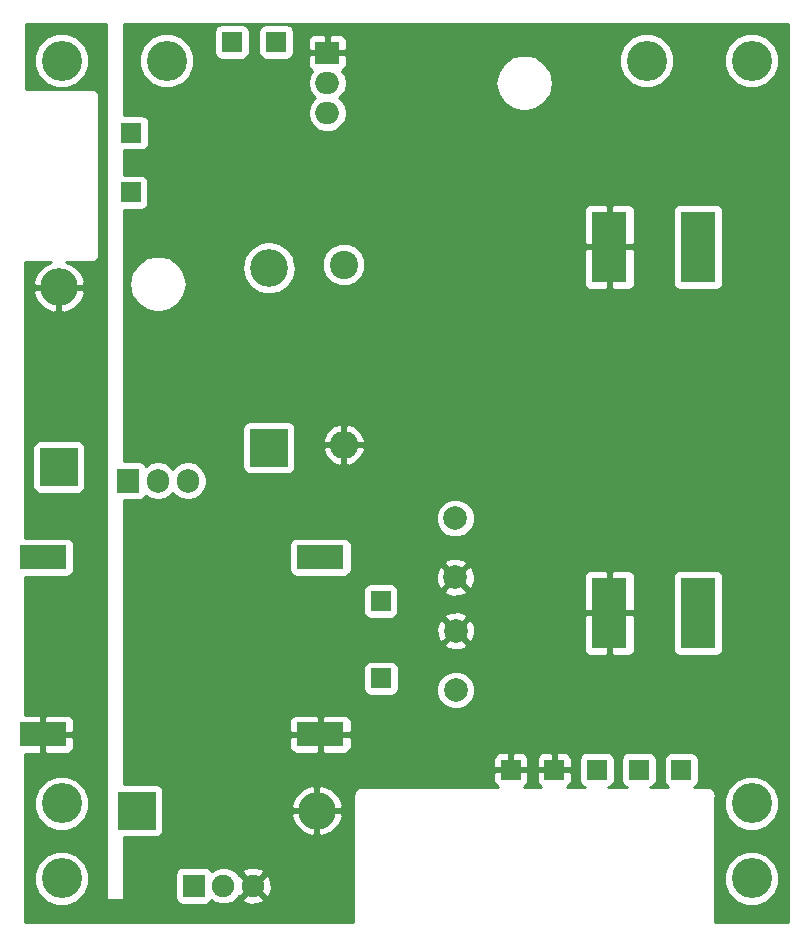
<source format=gbr>
G04 #@! TF.GenerationSoftware,KiCad,Pcbnew,5.0.2+dfsg1-1~bpo9+1*
G04 #@! TF.CreationDate,2019-02-15T20:18:05-06:00*
G04 #@! TF.ProjectId,BatteryBoard,42617474-6572-4794-926f-6172642e6b69,rev?*
G04 #@! TF.SameCoordinates,Original*
G04 #@! TF.FileFunction,Copper,L2,Bot*
G04 #@! TF.FilePolarity,Positive*
%FSLAX46Y46*%
G04 Gerber Fmt 4.6, Leading zero omitted, Abs format (unit mm)*
G04 Created by KiCad (PCBNEW 5.0.2+dfsg1-1~bpo9+1) date vie 15 feb 2019 20:18:05 CST*
%MOMM*%
%LPD*%
G01*
G04 APERTURE LIST*
G04 #@! TA.AperFunction,ComponentPad*
%ADD10R,3.000000X6.000000*%
G04 #@! TD*
G04 #@! TA.AperFunction,ComponentPad*
%ADD11R,4.000000X2.000000*%
G04 #@! TD*
G04 #@! TA.AperFunction,ComponentPad*
%ADD12C,2.000000*%
G04 #@! TD*
G04 #@! TA.AperFunction,ComponentPad*
%ADD13O,3.200000X3.200000*%
G04 #@! TD*
G04 #@! TA.AperFunction,ComponentPad*
%ADD14R,3.200000X3.200000*%
G04 #@! TD*
G04 #@! TA.AperFunction,ComponentPad*
%ADD15R,1.700000X1.700000*%
G04 #@! TD*
G04 #@! TA.AperFunction,ComponentPad*
%ADD16O,1.905000X2.000000*%
G04 #@! TD*
G04 #@! TA.AperFunction,ComponentPad*
%ADD17R,1.905000X2.000000*%
G04 #@! TD*
G04 #@! TA.AperFunction,ComponentPad*
%ADD18O,2.400000X2.400000*%
G04 #@! TD*
G04 #@! TA.AperFunction,ComponentPad*
%ADD19C,2.400000*%
G04 #@! TD*
G04 #@! TA.AperFunction,ComponentPad*
%ADD20O,2.000000X1.905000*%
G04 #@! TD*
G04 #@! TA.AperFunction,ComponentPad*
%ADD21R,2.000000X1.905000*%
G04 #@! TD*
G04 #@! TA.AperFunction,ComponentPad*
%ADD22C,1.900000*%
G04 #@! TD*
G04 #@! TA.AperFunction,ComponentPad*
%ADD23R,1.900000X1.900000*%
G04 #@! TD*
G04 #@! TA.AperFunction,ViaPad*
%ADD24C,3.400000*%
G04 #@! TD*
G04 #@! TA.AperFunction,Conductor*
%ADD25C,0.254000*%
G04 #@! TD*
G04 APERTURE END LIST*
D10*
G04 #@! TO.P,U3,3*
G04 #@! TO.N,+5V*
X147844200Y-89422700D03*
G04 #@! TO.P,U3,4*
G04 #@! TO.N,GND*
X140344200Y-89422700D03*
G04 #@! TO.P,U3,1*
G04 #@! TO.N,Net-(S1-Pad2)*
X147844200Y-120422700D03*
G04 #@! TO.P,U3,2*
G04 #@! TO.N,GND*
X140344200Y-120422700D03*
G04 #@! TD*
D11*
G04 #@! TO.P,U1,2*
G04 #@! TO.N,GND*
X92378000Y-130690000D03*
G04 #@! TO.P,U1,1*
G04 #@! TO.N,VCC*
X92378000Y-115690000D03*
G04 #@! TO.P,U1,6*
G04 #@! TO.N,GND*
X115878000Y-130690000D03*
G04 #@! TO.P,U1,5*
G04 #@! TO.N,Net-(Q1-Pad3)*
X115878000Y-115690000D03*
G04 #@! TD*
D12*
G04 #@! TO.P,C1,1*
G04 #@! TO.N,+5V*
X127292100Y-112395000D03*
G04 #@! TO.P,C1,2*
G04 #@! TO.N,GND*
X127292100Y-117395000D03*
G04 #@! TD*
G04 #@! TO.P,C2,1*
G04 #@! TO.N,+3V3*
X127330200Y-126936500D03*
G04 #@! TO.P,C2,2*
G04 #@! TO.N,GND*
X127330200Y-121936500D03*
G04 #@! TD*
D13*
G04 #@! TO.P,D1,2*
G04 #@! TO.N,VCC*
X111506000Y-91186000D03*
D14*
G04 #@! TO.P,D1,1*
G04 #@! TO.N,Net-(D1-Pad1)*
X111506000Y-106426000D03*
G04 #@! TD*
D15*
G04 #@! TO.P,J1,1*
G04 #@! TO.N,+3V3*
X142836900Y-133680200D03*
G04 #@! TD*
G04 #@! TO.P,J2,1*
G04 #@! TO.N,+3V3*
X139280900Y-133680200D03*
G04 #@! TD*
G04 #@! TO.P,J3,1*
G04 #@! TO.N,+5V*
X146431000Y-133718300D03*
G04 #@! TD*
G04 #@! TO.P,J4,1*
G04 #@! TO.N,GND*
X132005101Y-133709401D03*
G04 #@! TD*
G04 #@! TO.P,J5,1*
G04 #@! TO.N,GND*
X135655101Y-133709401D03*
G04 #@! TD*
D16*
G04 #@! TO.P,Q1,3*
G04 #@! TO.N,Net-(Q1-Pad3)*
X104648000Y-109220000D03*
G04 #@! TO.P,Q1,2*
G04 #@! TO.N,Net-(D1-Pad1)*
X102108000Y-109220000D03*
D17*
G04 #@! TO.P,Q1,1*
G04 #@! TO.N,VCC*
X99568000Y-109220000D03*
G04 #@! TD*
D18*
G04 #@! TO.P,R1,2*
G04 #@! TO.N,GND*
X117856000Y-106172000D03*
D19*
G04 #@! TO.P,R1,1*
G04 #@! TO.N,VCC*
X117856000Y-90932000D03*
G04 #@! TD*
D20*
G04 #@! TO.P,U2,3*
G04 #@! TO.N,+5V*
X116459000Y-78079600D03*
G04 #@! TO.P,U2,2*
G04 #@! TO.N,+3V3*
X116459000Y-75539600D03*
D21*
G04 #@! TO.P,U2,1*
G04 #@! TO.N,GND*
X116459000Y-72999600D03*
G04 #@! TD*
D22*
G04 #@! TO.P,S1,3*
G04 #@! TO.N,GND*
X110156000Y-143510000D03*
G04 #@! TO.P,S1,2*
G04 #@! TO.N,Net-(S1-Pad2)*
X107656000Y-143510000D03*
D23*
G04 #@! TO.P,S1,1*
G04 #@! TO.N,Net-(D1-Pad1)*
X105156000Y-143510000D03*
G04 #@! TD*
D14*
G04 #@! TO.P,D2,1*
G04 #@! TO.N,VCC*
X93726000Y-108064300D03*
D13*
G04 #@! TO.P,D2,2*
G04 #@! TO.N,GND*
X93726000Y-92824300D03*
G04 #@! TD*
G04 #@! TO.P,D3,2*
G04 #@! TO.N,GND*
X115570000Y-137160000D03*
D14*
G04 #@! TO.P,D3,1*
G04 #@! TO.N,Net-(D1-Pad1)*
X100330000Y-137160000D03*
G04 #@! TD*
D15*
G04 #@! TO.P,J6,1*
G04 #@! TO.N,VCC*
X99872800Y-79756000D03*
G04 #@! TD*
G04 #@! TO.P,J7,1*
G04 #@! TO.N,Net-(J10-Pad1)*
X108381800Y-72072500D03*
G04 #@! TD*
G04 #@! TO.P,J8,1*
G04 #@! TO.N,Net-(J10-Pad1)*
X99809300Y-84797900D03*
G04 #@! TD*
G04 #@! TO.P,J9,1*
G04 #@! TO.N,Net-(J11-Pad1)*
X112128300Y-72072500D03*
G04 #@! TD*
G04 #@! TO.P,J10,1*
G04 #@! TO.N,Net-(J10-Pad1)*
X120967500Y-119405400D03*
G04 #@! TD*
G04 #@! TO.P,J11,1*
G04 #@! TO.N,Net-(J11-Pad1)*
X121005600Y-125958600D03*
G04 #@! TD*
D24*
G04 #@! TO.N,*
X152400000Y-142875000D03*
X93980000Y-142875000D03*
X152400000Y-136525000D03*
X93980000Y-136525000D03*
X93980000Y-73660000D03*
X102870000Y-73660000D03*
X143510000Y-73660000D03*
X152400000Y-73660000D03*
G04 #@! TD*
D25*
G04 #@! TO.N,GND*
G36*
X97739200Y-144589500D02*
X97748867Y-144638101D01*
X97776397Y-144679303D01*
X97817599Y-144706833D01*
X97866200Y-144716500D01*
X99136200Y-144716500D01*
X99184801Y-144706833D01*
X99226003Y-144679303D01*
X99253533Y-144638101D01*
X99263200Y-144589500D01*
X99263200Y-142560000D01*
X103558560Y-142560000D01*
X103558560Y-144460000D01*
X103607843Y-144707765D01*
X103748191Y-144917809D01*
X103958235Y-145058157D01*
X104206000Y-145107440D01*
X106106000Y-145107440D01*
X106353765Y-145058157D01*
X106563809Y-144917809D01*
X106667339Y-144762867D01*
X106758170Y-144853698D01*
X107340724Y-145095000D01*
X107971276Y-145095000D01*
X108553830Y-144853698D01*
X108781178Y-144626350D01*
X109219255Y-144626350D01*
X109311792Y-144888019D01*
X109903398Y-145106188D01*
X110533461Y-145081352D01*
X111000208Y-144888019D01*
X111092745Y-144626350D01*
X110156000Y-143689605D01*
X109219255Y-144626350D01*
X108781178Y-144626350D01*
X108981387Y-144426141D01*
X109039650Y-144446745D01*
X109976395Y-143510000D01*
X110335605Y-143510000D01*
X111272350Y-144446745D01*
X111534019Y-144354208D01*
X111752188Y-143762602D01*
X111727352Y-143132539D01*
X111534019Y-142665792D01*
X111272350Y-142573255D01*
X110335605Y-143510000D01*
X109976395Y-143510000D01*
X109039650Y-142573255D01*
X108981387Y-142593859D01*
X108781178Y-142393650D01*
X109219255Y-142393650D01*
X110156000Y-143330395D01*
X111092745Y-142393650D01*
X111000208Y-142131981D01*
X110408602Y-141913812D01*
X109778539Y-141938648D01*
X109311792Y-142131981D01*
X109219255Y-142393650D01*
X108781178Y-142393650D01*
X108553830Y-142166302D01*
X107971276Y-141925000D01*
X107340724Y-141925000D01*
X106758170Y-142166302D01*
X106667339Y-142257133D01*
X106563809Y-142102191D01*
X106353765Y-141961843D01*
X106106000Y-141912560D01*
X104206000Y-141912560D01*
X103958235Y-141961843D01*
X103748191Y-142102191D01*
X103607843Y-142312235D01*
X103558560Y-142560000D01*
X99263200Y-142560000D01*
X99263200Y-139407440D01*
X101930000Y-139407440D01*
X102177765Y-139358157D01*
X102387809Y-139217809D01*
X102528157Y-139007765D01*
X102577440Y-138760000D01*
X102577440Y-137634503D01*
X113385950Y-137634503D01*
X113690114Y-138368836D01*
X114295813Y-138996220D01*
X115095496Y-139344056D01*
X115443000Y-139232645D01*
X115443000Y-137287000D01*
X115697000Y-137287000D01*
X115697000Y-139232645D01*
X116044504Y-139344056D01*
X116844187Y-138996220D01*
X117449886Y-138368836D01*
X117754050Y-137634503D01*
X117642362Y-137287000D01*
X115697000Y-137287000D01*
X115443000Y-137287000D01*
X113497638Y-137287000D01*
X113385950Y-137634503D01*
X102577440Y-137634503D01*
X102577440Y-136685497D01*
X113385950Y-136685497D01*
X113497638Y-137033000D01*
X115443000Y-137033000D01*
X115443000Y-135087355D01*
X115697000Y-135087355D01*
X115697000Y-137033000D01*
X117642362Y-137033000D01*
X117754050Y-136685497D01*
X117449886Y-135951164D01*
X116844187Y-135323780D01*
X116044504Y-134975944D01*
X115697000Y-135087355D01*
X115443000Y-135087355D01*
X115095496Y-134975944D01*
X114295813Y-135323780D01*
X113690114Y-135951164D01*
X113385950Y-136685497D01*
X102577440Y-136685497D01*
X102577440Y-135560000D01*
X102528157Y-135312235D01*
X102387809Y-135102191D01*
X102177765Y-134961843D01*
X101930000Y-134912560D01*
X99263200Y-134912560D01*
X99263200Y-132733091D01*
X130520101Y-132733091D01*
X130520101Y-133423651D01*
X130678851Y-133582401D01*
X131878101Y-133582401D01*
X131878101Y-132383151D01*
X132132101Y-132383151D01*
X132132101Y-133582401D01*
X133331351Y-133582401D01*
X133490101Y-133423651D01*
X133490101Y-132733091D01*
X134170101Y-132733091D01*
X134170101Y-133423651D01*
X134328851Y-133582401D01*
X135528101Y-133582401D01*
X135528101Y-132383151D01*
X135782101Y-132383151D01*
X135782101Y-133582401D01*
X136981351Y-133582401D01*
X137140101Y-133423651D01*
X137140101Y-132733091D01*
X137043428Y-132499702D01*
X136864799Y-132321074D01*
X136631410Y-132224401D01*
X135940851Y-132224401D01*
X135782101Y-132383151D01*
X135528101Y-132383151D01*
X135369351Y-132224401D01*
X134678792Y-132224401D01*
X134445403Y-132321074D01*
X134266774Y-132499702D01*
X134170101Y-132733091D01*
X133490101Y-132733091D01*
X133393428Y-132499702D01*
X133214799Y-132321074D01*
X132981410Y-132224401D01*
X132290851Y-132224401D01*
X132132101Y-132383151D01*
X131878101Y-132383151D01*
X131719351Y-132224401D01*
X131028792Y-132224401D01*
X130795403Y-132321074D01*
X130616774Y-132499702D01*
X130520101Y-132733091D01*
X99263200Y-132733091D01*
X99263200Y-130975750D01*
X113243000Y-130975750D01*
X113243000Y-131816310D01*
X113339673Y-132049699D01*
X113518302Y-132228327D01*
X113751691Y-132325000D01*
X115592250Y-132325000D01*
X115751000Y-132166250D01*
X115751000Y-130817000D01*
X116005000Y-130817000D01*
X116005000Y-132166250D01*
X116163750Y-132325000D01*
X118004309Y-132325000D01*
X118237698Y-132228327D01*
X118416327Y-132049699D01*
X118513000Y-131816310D01*
X118513000Y-130975750D01*
X118354250Y-130817000D01*
X116005000Y-130817000D01*
X115751000Y-130817000D01*
X113401750Y-130817000D01*
X113243000Y-130975750D01*
X99263200Y-130975750D01*
X99263200Y-129563690D01*
X113243000Y-129563690D01*
X113243000Y-130404250D01*
X113401750Y-130563000D01*
X115751000Y-130563000D01*
X115751000Y-129213750D01*
X116005000Y-129213750D01*
X116005000Y-130563000D01*
X118354250Y-130563000D01*
X118513000Y-130404250D01*
X118513000Y-129563690D01*
X118416327Y-129330301D01*
X118237698Y-129151673D01*
X118004309Y-129055000D01*
X116163750Y-129055000D01*
X116005000Y-129213750D01*
X115751000Y-129213750D01*
X115592250Y-129055000D01*
X113751691Y-129055000D01*
X113518302Y-129151673D01*
X113339673Y-129330301D01*
X113243000Y-129563690D01*
X99263200Y-129563690D01*
X99263200Y-125108600D01*
X119508160Y-125108600D01*
X119508160Y-126808600D01*
X119557443Y-127056365D01*
X119697791Y-127266409D01*
X119907835Y-127406757D01*
X120155600Y-127456040D01*
X121855600Y-127456040D01*
X122103365Y-127406757D01*
X122313409Y-127266409D01*
X122453757Y-127056365D01*
X122503040Y-126808600D01*
X122503040Y-126611278D01*
X125695200Y-126611278D01*
X125695200Y-127261722D01*
X125944114Y-127862653D01*
X126404047Y-128322586D01*
X127004978Y-128571500D01*
X127655422Y-128571500D01*
X128256353Y-128322586D01*
X128716286Y-127862653D01*
X128965200Y-127261722D01*
X128965200Y-126611278D01*
X128716286Y-126010347D01*
X128256353Y-125550414D01*
X127655422Y-125301500D01*
X127004978Y-125301500D01*
X126404047Y-125550414D01*
X125944114Y-126010347D01*
X125695200Y-126611278D01*
X122503040Y-126611278D01*
X122503040Y-125108600D01*
X122453757Y-124860835D01*
X122313409Y-124650791D01*
X122103365Y-124510443D01*
X121855600Y-124461160D01*
X120155600Y-124461160D01*
X119907835Y-124510443D01*
X119697791Y-124650791D01*
X119557443Y-124860835D01*
X119508160Y-125108600D01*
X99263200Y-125108600D01*
X99263200Y-123089032D01*
X126357273Y-123089032D01*
X126455936Y-123355887D01*
X127065661Y-123582408D01*
X127715660Y-123558356D01*
X128204464Y-123355887D01*
X128303127Y-123089032D01*
X127330200Y-122116105D01*
X126357273Y-123089032D01*
X99263200Y-123089032D01*
X99263200Y-121671961D01*
X125684292Y-121671961D01*
X125708344Y-122321960D01*
X125910813Y-122810764D01*
X126177668Y-122909427D01*
X127150595Y-121936500D01*
X127509805Y-121936500D01*
X128482732Y-122909427D01*
X128749587Y-122810764D01*
X128976108Y-122201039D01*
X128952056Y-121551040D01*
X128749587Y-121062236D01*
X128482732Y-120963573D01*
X127509805Y-121936500D01*
X127150595Y-121936500D01*
X126177668Y-120963573D01*
X125910813Y-121062236D01*
X125684292Y-121671961D01*
X99263200Y-121671961D01*
X99263200Y-118555400D01*
X119470060Y-118555400D01*
X119470060Y-120255400D01*
X119519343Y-120503165D01*
X119659691Y-120713209D01*
X119869735Y-120853557D01*
X120117500Y-120902840D01*
X121817500Y-120902840D01*
X122065265Y-120853557D01*
X122169411Y-120783968D01*
X126357273Y-120783968D01*
X127330200Y-121756895D01*
X128303127Y-120783968D01*
X128275207Y-120708450D01*
X138209200Y-120708450D01*
X138209200Y-123549009D01*
X138305873Y-123782398D01*
X138484501Y-123961027D01*
X138717890Y-124057700D01*
X140058450Y-124057700D01*
X140217200Y-123898950D01*
X140217200Y-120549700D01*
X140471200Y-120549700D01*
X140471200Y-123898950D01*
X140629950Y-124057700D01*
X141970510Y-124057700D01*
X142203899Y-123961027D01*
X142382527Y-123782398D01*
X142479200Y-123549009D01*
X142479200Y-120708450D01*
X142320450Y-120549700D01*
X140471200Y-120549700D01*
X140217200Y-120549700D01*
X138367950Y-120549700D01*
X138209200Y-120708450D01*
X128275207Y-120708450D01*
X128204464Y-120517113D01*
X127594739Y-120290592D01*
X126944740Y-120314644D01*
X126455936Y-120517113D01*
X126357273Y-120783968D01*
X122169411Y-120783968D01*
X122275309Y-120713209D01*
X122415657Y-120503165D01*
X122464940Y-120255400D01*
X122464940Y-118555400D01*
X122463375Y-118547532D01*
X126319173Y-118547532D01*
X126417836Y-118814387D01*
X127027561Y-119040908D01*
X127677560Y-119016856D01*
X128166364Y-118814387D01*
X128265027Y-118547532D01*
X127292100Y-117574605D01*
X126319173Y-118547532D01*
X122463375Y-118547532D01*
X122415657Y-118307635D01*
X122275309Y-118097591D01*
X122065265Y-117957243D01*
X121817500Y-117907960D01*
X120117500Y-117907960D01*
X119869735Y-117957243D01*
X119659691Y-118097591D01*
X119519343Y-118307635D01*
X119470060Y-118555400D01*
X99263200Y-118555400D01*
X99263200Y-114690000D01*
X113230560Y-114690000D01*
X113230560Y-116690000D01*
X113279843Y-116937765D01*
X113420191Y-117147809D01*
X113630235Y-117288157D01*
X113878000Y-117337440D01*
X117878000Y-117337440D01*
X118125765Y-117288157D01*
X118335809Y-117147809D01*
X118347400Y-117130461D01*
X125646192Y-117130461D01*
X125670244Y-117780460D01*
X125872713Y-118269264D01*
X126139568Y-118367927D01*
X127112495Y-117395000D01*
X127471705Y-117395000D01*
X128444632Y-118367927D01*
X128711487Y-118269264D01*
X128938008Y-117659539D01*
X128924571Y-117296391D01*
X138209200Y-117296391D01*
X138209200Y-120136950D01*
X138367950Y-120295700D01*
X140217200Y-120295700D01*
X140217200Y-116946450D01*
X140471200Y-116946450D01*
X140471200Y-120295700D01*
X142320450Y-120295700D01*
X142479200Y-120136950D01*
X142479200Y-117422700D01*
X145696760Y-117422700D01*
X145696760Y-123422700D01*
X145746043Y-123670465D01*
X145886391Y-123880509D01*
X146096435Y-124020857D01*
X146344200Y-124070140D01*
X149344200Y-124070140D01*
X149591965Y-124020857D01*
X149802009Y-123880509D01*
X149942357Y-123670465D01*
X149991640Y-123422700D01*
X149991640Y-117422700D01*
X149942357Y-117174935D01*
X149802009Y-116964891D01*
X149591965Y-116824543D01*
X149344200Y-116775260D01*
X146344200Y-116775260D01*
X146096435Y-116824543D01*
X145886391Y-116964891D01*
X145746043Y-117174935D01*
X145696760Y-117422700D01*
X142479200Y-117422700D01*
X142479200Y-117296391D01*
X142382527Y-117063002D01*
X142203899Y-116884373D01*
X141970510Y-116787700D01*
X140629950Y-116787700D01*
X140471200Y-116946450D01*
X140217200Y-116946450D01*
X140058450Y-116787700D01*
X138717890Y-116787700D01*
X138484501Y-116884373D01*
X138305873Y-117063002D01*
X138209200Y-117296391D01*
X128924571Y-117296391D01*
X128913956Y-117009540D01*
X128711487Y-116520736D01*
X128444632Y-116422073D01*
X127471705Y-117395000D01*
X127112495Y-117395000D01*
X126139568Y-116422073D01*
X125872713Y-116520736D01*
X125646192Y-117130461D01*
X118347400Y-117130461D01*
X118476157Y-116937765D01*
X118525440Y-116690000D01*
X118525440Y-116242468D01*
X126319173Y-116242468D01*
X127292100Y-117215395D01*
X128265027Y-116242468D01*
X128166364Y-115975613D01*
X127556639Y-115749092D01*
X126906640Y-115773144D01*
X126417836Y-115975613D01*
X126319173Y-116242468D01*
X118525440Y-116242468D01*
X118525440Y-114690000D01*
X118476157Y-114442235D01*
X118335809Y-114232191D01*
X118125765Y-114091843D01*
X117878000Y-114042560D01*
X113878000Y-114042560D01*
X113630235Y-114091843D01*
X113420191Y-114232191D01*
X113279843Y-114442235D01*
X113230560Y-114690000D01*
X99263200Y-114690000D01*
X99263200Y-112069778D01*
X125657100Y-112069778D01*
X125657100Y-112720222D01*
X125906014Y-113321153D01*
X126365947Y-113781086D01*
X126966878Y-114030000D01*
X127617322Y-114030000D01*
X128218253Y-113781086D01*
X128678186Y-113321153D01*
X128927100Y-112720222D01*
X128927100Y-112069778D01*
X128678186Y-111468847D01*
X128218253Y-111008914D01*
X127617322Y-110760000D01*
X126966878Y-110760000D01*
X126365947Y-111008914D01*
X125906014Y-111468847D01*
X125657100Y-112069778D01*
X99263200Y-112069778D01*
X99263200Y-110867440D01*
X100520500Y-110867440D01*
X100768265Y-110818157D01*
X100978309Y-110677809D01*
X101096509Y-110500912D01*
X101488590Y-110762891D01*
X102108000Y-110886100D01*
X102727411Y-110762891D01*
X103252523Y-110412023D01*
X103378000Y-110224233D01*
X103503477Y-110412023D01*
X104028590Y-110762891D01*
X104648000Y-110886100D01*
X105267411Y-110762891D01*
X105792523Y-110412023D01*
X106143391Y-109886910D01*
X106235500Y-109423849D01*
X106235500Y-109016150D01*
X106143391Y-108553089D01*
X105792523Y-108027977D01*
X105267410Y-107677109D01*
X104648000Y-107553900D01*
X104028589Y-107677109D01*
X103503477Y-108027977D01*
X103378000Y-108215767D01*
X103252523Y-108027977D01*
X102727410Y-107677109D01*
X102108000Y-107553900D01*
X101488589Y-107677109D01*
X101096509Y-107939088D01*
X100978309Y-107762191D01*
X100768265Y-107621843D01*
X100520500Y-107572560D01*
X99263200Y-107572560D01*
X99263200Y-104826000D01*
X109258560Y-104826000D01*
X109258560Y-108026000D01*
X109307843Y-108273765D01*
X109448191Y-108483809D01*
X109658235Y-108624157D01*
X109906000Y-108673440D01*
X113106000Y-108673440D01*
X113353765Y-108624157D01*
X113563809Y-108483809D01*
X113704157Y-108273765D01*
X113753440Y-108026000D01*
X113753440Y-106583807D01*
X116067797Y-106583807D01*
X116361508Y-107236776D01*
X116882742Y-107727642D01*
X117444195Y-107960195D01*
X117729000Y-107843432D01*
X117729000Y-106299000D01*
X117983000Y-106299000D01*
X117983000Y-107843432D01*
X118267805Y-107960195D01*
X118829258Y-107727642D01*
X119350492Y-107236776D01*
X119644203Y-106583807D01*
X119527858Y-106299000D01*
X117983000Y-106299000D01*
X117729000Y-106299000D01*
X116184142Y-106299000D01*
X116067797Y-106583807D01*
X113753440Y-106583807D01*
X113753440Y-105760193D01*
X116067797Y-105760193D01*
X116184142Y-106045000D01*
X117729000Y-106045000D01*
X117729000Y-104500568D01*
X117983000Y-104500568D01*
X117983000Y-106045000D01*
X119527858Y-106045000D01*
X119644203Y-105760193D01*
X119350492Y-105107224D01*
X118829258Y-104616358D01*
X118267805Y-104383805D01*
X117983000Y-104500568D01*
X117729000Y-104500568D01*
X117444195Y-104383805D01*
X116882742Y-104616358D01*
X116361508Y-105107224D01*
X116067797Y-105760193D01*
X113753440Y-105760193D01*
X113753440Y-104826000D01*
X113704157Y-104578235D01*
X113563809Y-104368191D01*
X113353765Y-104227843D01*
X113106000Y-104178560D01*
X109906000Y-104178560D01*
X109658235Y-104227843D01*
X109448191Y-104368191D01*
X109307843Y-104578235D01*
X109258560Y-104826000D01*
X99263200Y-104826000D01*
X99263200Y-92560000D01*
X99676276Y-92560000D01*
X99861380Y-93490580D01*
X100388511Y-94279489D01*
X101177420Y-94806620D01*
X101873103Y-94945000D01*
X102342897Y-94945000D01*
X103038580Y-94806620D01*
X103827489Y-94279489D01*
X104354620Y-93490580D01*
X104539724Y-92560000D01*
X104354620Y-91629420D01*
X104058337Y-91186000D01*
X109227214Y-91186000D01*
X109400676Y-92058054D01*
X109894655Y-92797345D01*
X110633946Y-93291324D01*
X111285872Y-93421000D01*
X111726128Y-93421000D01*
X112378054Y-93291324D01*
X113117345Y-92797345D01*
X113611324Y-92058054D01*
X113784786Y-91186000D01*
X113661659Y-90566996D01*
X116021000Y-90566996D01*
X116021000Y-91297004D01*
X116300362Y-91971444D01*
X116816556Y-92487638D01*
X117490996Y-92767000D01*
X118221004Y-92767000D01*
X118895444Y-92487638D01*
X119411638Y-91971444D01*
X119691000Y-91297004D01*
X119691000Y-90566996D01*
X119411638Y-89892556D01*
X119227532Y-89708450D01*
X138209200Y-89708450D01*
X138209200Y-92549009D01*
X138305873Y-92782398D01*
X138484501Y-92961027D01*
X138717890Y-93057700D01*
X140058450Y-93057700D01*
X140217200Y-92898950D01*
X140217200Y-89549700D01*
X140471200Y-89549700D01*
X140471200Y-92898950D01*
X140629950Y-93057700D01*
X141970510Y-93057700D01*
X142203899Y-92961027D01*
X142382527Y-92782398D01*
X142479200Y-92549009D01*
X142479200Y-89708450D01*
X142320450Y-89549700D01*
X140471200Y-89549700D01*
X140217200Y-89549700D01*
X138367950Y-89549700D01*
X138209200Y-89708450D01*
X119227532Y-89708450D01*
X118895444Y-89376362D01*
X118221004Y-89097000D01*
X117490996Y-89097000D01*
X116816556Y-89376362D01*
X116300362Y-89892556D01*
X116021000Y-90566996D01*
X113661659Y-90566996D01*
X113611324Y-90313946D01*
X113117345Y-89574655D01*
X112378054Y-89080676D01*
X111726128Y-88951000D01*
X111285872Y-88951000D01*
X110633946Y-89080676D01*
X109894655Y-89574655D01*
X109400676Y-90313946D01*
X109227214Y-91186000D01*
X104058337Y-91186000D01*
X103827489Y-90840511D01*
X103038580Y-90313380D01*
X102342897Y-90175000D01*
X101873103Y-90175000D01*
X101177420Y-90313380D01*
X100388511Y-90840511D01*
X99861380Y-91629420D01*
X99676276Y-92560000D01*
X99263200Y-92560000D01*
X99263200Y-86296391D01*
X138209200Y-86296391D01*
X138209200Y-89136950D01*
X138367950Y-89295700D01*
X140217200Y-89295700D01*
X140217200Y-85946450D01*
X140471200Y-85946450D01*
X140471200Y-89295700D01*
X142320450Y-89295700D01*
X142479200Y-89136950D01*
X142479200Y-86422700D01*
X145696760Y-86422700D01*
X145696760Y-92422700D01*
X145746043Y-92670465D01*
X145886391Y-92880509D01*
X146096435Y-93020857D01*
X146344200Y-93070140D01*
X149344200Y-93070140D01*
X149591965Y-93020857D01*
X149802009Y-92880509D01*
X149942357Y-92670465D01*
X149991640Y-92422700D01*
X149991640Y-86422700D01*
X149942357Y-86174935D01*
X149802009Y-85964891D01*
X149591965Y-85824543D01*
X149344200Y-85775260D01*
X146344200Y-85775260D01*
X146096435Y-85824543D01*
X145886391Y-85964891D01*
X145746043Y-86174935D01*
X145696760Y-86422700D01*
X142479200Y-86422700D01*
X142479200Y-86296391D01*
X142382527Y-86063002D01*
X142203899Y-85884373D01*
X141970510Y-85787700D01*
X140629950Y-85787700D01*
X140471200Y-85946450D01*
X140217200Y-85946450D01*
X140058450Y-85787700D01*
X138717890Y-85787700D01*
X138484501Y-85884373D01*
X138305873Y-86063002D01*
X138209200Y-86296391D01*
X99263200Y-86296391D01*
X99263200Y-86295340D01*
X100659300Y-86295340D01*
X100907065Y-86246057D01*
X101117109Y-86105709D01*
X101257457Y-85895665D01*
X101306740Y-85647900D01*
X101306740Y-83947900D01*
X101257457Y-83700135D01*
X101117109Y-83490091D01*
X100907065Y-83349743D01*
X100659300Y-83300460D01*
X99263200Y-83300460D01*
X99263200Y-81253440D01*
X100722800Y-81253440D01*
X100970565Y-81204157D01*
X101180609Y-81063809D01*
X101320957Y-80853765D01*
X101370240Y-80606000D01*
X101370240Y-78906000D01*
X101320957Y-78658235D01*
X101180609Y-78448191D01*
X100970565Y-78307843D01*
X100722800Y-78258560D01*
X99263200Y-78258560D01*
X99263200Y-73195540D01*
X100535000Y-73195540D01*
X100535000Y-74124460D01*
X100890483Y-74982671D01*
X101547329Y-75639517D01*
X102405540Y-75995000D01*
X103334460Y-75995000D01*
X104192671Y-75639517D01*
X104292588Y-75539600D01*
X114792900Y-75539600D01*
X114916109Y-76159011D01*
X115266977Y-76684123D01*
X115454767Y-76809600D01*
X115266977Y-76935077D01*
X114916109Y-77460189D01*
X114792900Y-78079600D01*
X114916109Y-78699011D01*
X115266977Y-79224123D01*
X115792089Y-79574991D01*
X116255150Y-79667100D01*
X116662850Y-79667100D01*
X117125911Y-79574991D01*
X117651023Y-79224123D01*
X118001891Y-78699011D01*
X118125100Y-78079600D01*
X118001891Y-77460189D01*
X117651023Y-76935077D01*
X117463233Y-76809600D01*
X117651023Y-76684123D01*
X118001891Y-76159011D01*
X118125100Y-75539600D01*
X130687276Y-75539600D01*
X130872380Y-76470180D01*
X131399511Y-77259089D01*
X132188420Y-77786220D01*
X132884103Y-77924600D01*
X133353897Y-77924600D01*
X134049580Y-77786220D01*
X134838489Y-77259089D01*
X135365620Y-76470180D01*
X135550724Y-75539600D01*
X135365620Y-74609020D01*
X134838489Y-73820111D01*
X134049580Y-73292980D01*
X133559717Y-73195540D01*
X141175000Y-73195540D01*
X141175000Y-74124460D01*
X141530483Y-74982671D01*
X142187329Y-75639517D01*
X143045540Y-75995000D01*
X143974460Y-75995000D01*
X144832671Y-75639517D01*
X145489517Y-74982671D01*
X145845000Y-74124460D01*
X145845000Y-73195540D01*
X150065000Y-73195540D01*
X150065000Y-74124460D01*
X150420483Y-74982671D01*
X151077329Y-75639517D01*
X151935540Y-75995000D01*
X152864460Y-75995000D01*
X153722671Y-75639517D01*
X154379517Y-74982671D01*
X154735000Y-74124460D01*
X154735000Y-73195540D01*
X154379517Y-72337329D01*
X153722671Y-71680483D01*
X152864460Y-71325000D01*
X151935540Y-71325000D01*
X151077329Y-71680483D01*
X150420483Y-72337329D01*
X150065000Y-73195540D01*
X145845000Y-73195540D01*
X145489517Y-72337329D01*
X144832671Y-71680483D01*
X143974460Y-71325000D01*
X143045540Y-71325000D01*
X142187329Y-71680483D01*
X141530483Y-72337329D01*
X141175000Y-73195540D01*
X133559717Y-73195540D01*
X133353897Y-73154600D01*
X132884103Y-73154600D01*
X132188420Y-73292980D01*
X131399511Y-73820111D01*
X130872380Y-74609020D01*
X130687276Y-75539600D01*
X118125100Y-75539600D01*
X118001891Y-74920189D01*
X117737271Y-74524156D01*
X117818699Y-74490427D01*
X117997327Y-74311798D01*
X118094000Y-74078409D01*
X118094000Y-73285350D01*
X117935250Y-73126600D01*
X116586000Y-73126600D01*
X116586000Y-73146600D01*
X116332000Y-73146600D01*
X116332000Y-73126600D01*
X114982750Y-73126600D01*
X114824000Y-73285350D01*
X114824000Y-74078409D01*
X114920673Y-74311798D01*
X115099301Y-74490427D01*
X115180729Y-74524156D01*
X114916109Y-74920189D01*
X114792900Y-75539600D01*
X104292588Y-75539600D01*
X104849517Y-74982671D01*
X105205000Y-74124460D01*
X105205000Y-73195540D01*
X104849517Y-72337329D01*
X104192671Y-71680483D01*
X103334460Y-71325000D01*
X102405540Y-71325000D01*
X101547329Y-71680483D01*
X100890483Y-72337329D01*
X100535000Y-73195540D01*
X99263200Y-73195540D01*
X99263200Y-71222500D01*
X106884360Y-71222500D01*
X106884360Y-72922500D01*
X106933643Y-73170265D01*
X107073991Y-73380309D01*
X107284035Y-73520657D01*
X107531800Y-73569940D01*
X109231800Y-73569940D01*
X109479565Y-73520657D01*
X109689609Y-73380309D01*
X109829957Y-73170265D01*
X109879240Y-72922500D01*
X109879240Y-71222500D01*
X110630860Y-71222500D01*
X110630860Y-72922500D01*
X110680143Y-73170265D01*
X110820491Y-73380309D01*
X111030535Y-73520657D01*
X111278300Y-73569940D01*
X112978300Y-73569940D01*
X113226065Y-73520657D01*
X113436109Y-73380309D01*
X113576457Y-73170265D01*
X113625740Y-72922500D01*
X113625740Y-71920791D01*
X114824000Y-71920791D01*
X114824000Y-72713850D01*
X114982750Y-72872600D01*
X116332000Y-72872600D01*
X116332000Y-71570850D01*
X116586000Y-71570850D01*
X116586000Y-72872600D01*
X117935250Y-72872600D01*
X118094000Y-72713850D01*
X118094000Y-71920791D01*
X117997327Y-71687402D01*
X117818699Y-71508773D01*
X117585310Y-71412100D01*
X116744750Y-71412100D01*
X116586000Y-71570850D01*
X116332000Y-71570850D01*
X116173250Y-71412100D01*
X115332690Y-71412100D01*
X115099301Y-71508773D01*
X114920673Y-71687402D01*
X114824000Y-71920791D01*
X113625740Y-71920791D01*
X113625740Y-71222500D01*
X113576457Y-70974735D01*
X113436109Y-70764691D01*
X113226065Y-70624343D01*
X112978300Y-70575060D01*
X111278300Y-70575060D01*
X111030535Y-70624343D01*
X110820491Y-70764691D01*
X110680143Y-70974735D01*
X110630860Y-71222500D01*
X109879240Y-71222500D01*
X109829957Y-70974735D01*
X109689609Y-70764691D01*
X109479565Y-70624343D01*
X109231800Y-70575060D01*
X107531800Y-70575060D01*
X107284035Y-70624343D01*
X107073991Y-70764691D01*
X106933643Y-70974735D01*
X106884360Y-71222500D01*
X99263200Y-71222500D01*
X99263200Y-70560000D01*
X155500000Y-70560000D01*
X155500001Y-146585000D01*
X149325000Y-146585000D01*
X149325000Y-142410540D01*
X150065000Y-142410540D01*
X150065000Y-143339460D01*
X150420483Y-144197671D01*
X151077329Y-144854517D01*
X151935540Y-145210000D01*
X152864460Y-145210000D01*
X153722671Y-144854517D01*
X154379517Y-144197671D01*
X154735000Y-143339460D01*
X154735000Y-142410540D01*
X154379517Y-141552329D01*
X153722671Y-140895483D01*
X152864460Y-140540000D01*
X151935540Y-140540000D01*
X151077329Y-140895483D01*
X150420483Y-141552329D01*
X150065000Y-142410540D01*
X149325000Y-142410540D01*
X149325000Y-136060540D01*
X150065000Y-136060540D01*
X150065000Y-136989460D01*
X150420483Y-137847671D01*
X151077329Y-138504517D01*
X151935540Y-138860000D01*
X152864460Y-138860000D01*
X153722671Y-138504517D01*
X154379517Y-137847671D01*
X154735000Y-136989460D01*
X154735000Y-136060540D01*
X154379517Y-135202329D01*
X153722671Y-134545483D01*
X152864460Y-134190000D01*
X151935540Y-134190000D01*
X151077329Y-134545483D01*
X150420483Y-135202329D01*
X150065000Y-136060540D01*
X149325000Y-136060540D01*
X149325000Y-135962388D01*
X149339399Y-135890000D01*
X149282354Y-135603217D01*
X149119905Y-135360095D01*
X148876783Y-135197646D01*
X148860469Y-135194401D01*
X148590000Y-135140601D01*
X148517612Y-135155000D01*
X147545911Y-135155000D01*
X147738809Y-135026109D01*
X147879157Y-134816065D01*
X147928440Y-134568300D01*
X147928440Y-132868300D01*
X147879157Y-132620535D01*
X147738809Y-132410491D01*
X147528765Y-132270143D01*
X147281000Y-132220860D01*
X145581000Y-132220860D01*
X145333235Y-132270143D01*
X145123191Y-132410491D01*
X144982843Y-132620535D01*
X144933560Y-132868300D01*
X144933560Y-134568300D01*
X144982843Y-134816065D01*
X145123191Y-135026109D01*
X145316089Y-135155000D01*
X143800720Y-135155000D01*
X143934665Y-135128357D01*
X144144709Y-134988009D01*
X144285057Y-134777965D01*
X144334340Y-134530200D01*
X144334340Y-132830200D01*
X144285057Y-132582435D01*
X144144709Y-132372391D01*
X143934665Y-132232043D01*
X143686900Y-132182760D01*
X141986900Y-132182760D01*
X141739135Y-132232043D01*
X141529091Y-132372391D01*
X141388743Y-132582435D01*
X141339460Y-132830200D01*
X141339460Y-134530200D01*
X141388743Y-134777965D01*
X141529091Y-134988009D01*
X141739135Y-135128357D01*
X141873080Y-135155000D01*
X140244720Y-135155000D01*
X140378665Y-135128357D01*
X140588709Y-134988009D01*
X140729057Y-134777965D01*
X140778340Y-134530200D01*
X140778340Y-132830200D01*
X140729057Y-132582435D01*
X140588709Y-132372391D01*
X140378665Y-132232043D01*
X140130900Y-132182760D01*
X138430900Y-132182760D01*
X138183135Y-132232043D01*
X137973091Y-132372391D01*
X137832743Y-132582435D01*
X137783460Y-132830200D01*
X137783460Y-134530200D01*
X137832743Y-134777965D01*
X137973091Y-134988009D01*
X138183135Y-135128357D01*
X138317080Y-135155000D01*
X136726532Y-135155000D01*
X136864799Y-135097728D01*
X137043428Y-134919100D01*
X137140101Y-134685711D01*
X137140101Y-133995151D01*
X136981351Y-133836401D01*
X135782101Y-133836401D01*
X135782101Y-133856401D01*
X135528101Y-133856401D01*
X135528101Y-133836401D01*
X134328851Y-133836401D01*
X134170101Y-133995151D01*
X134170101Y-134685711D01*
X134266774Y-134919100D01*
X134445403Y-135097728D01*
X134583670Y-135155000D01*
X133076532Y-135155000D01*
X133214799Y-135097728D01*
X133393428Y-134919100D01*
X133490101Y-134685711D01*
X133490101Y-133995151D01*
X133331351Y-133836401D01*
X132132101Y-133836401D01*
X132132101Y-133856401D01*
X131878101Y-133856401D01*
X131878101Y-133836401D01*
X130678851Y-133836401D01*
X130520101Y-133995151D01*
X130520101Y-134685711D01*
X130616774Y-134919100D01*
X130795403Y-135097728D01*
X130933670Y-135155000D01*
X119452388Y-135155000D01*
X119380000Y-135140601D01*
X119109531Y-135194401D01*
X119093217Y-135197646D01*
X118850095Y-135360095D01*
X118687646Y-135603217D01*
X118630601Y-135890000D01*
X118645000Y-135962388D01*
X118645001Y-146585000D01*
X90880000Y-146585000D01*
X90880000Y-142410540D01*
X91645000Y-142410540D01*
X91645000Y-143339460D01*
X92000483Y-144197671D01*
X92657329Y-144854517D01*
X93515540Y-145210000D01*
X94444460Y-145210000D01*
X95302671Y-144854517D01*
X95959517Y-144197671D01*
X96315000Y-143339460D01*
X96315000Y-142410540D01*
X95959517Y-141552329D01*
X95302671Y-140895483D01*
X94444460Y-140540000D01*
X93515540Y-140540000D01*
X92657329Y-140895483D01*
X92000483Y-141552329D01*
X91645000Y-142410540D01*
X90880000Y-142410540D01*
X90880000Y-136060540D01*
X91645000Y-136060540D01*
X91645000Y-136989460D01*
X92000483Y-137847671D01*
X92657329Y-138504517D01*
X93515540Y-138860000D01*
X94444460Y-138860000D01*
X95302671Y-138504517D01*
X95959517Y-137847671D01*
X96315000Y-136989460D01*
X96315000Y-136060540D01*
X95959517Y-135202329D01*
X95302671Y-134545483D01*
X94444460Y-134190000D01*
X93515540Y-134190000D01*
X92657329Y-134545483D01*
X92000483Y-135202329D01*
X91645000Y-136060540D01*
X90880000Y-136060540D01*
X90880000Y-132325000D01*
X92092250Y-132325000D01*
X92251000Y-132166250D01*
X92251000Y-130817000D01*
X92505000Y-130817000D01*
X92505000Y-132166250D01*
X92663750Y-132325000D01*
X94504309Y-132325000D01*
X94737698Y-132228327D01*
X94916327Y-132049699D01*
X95013000Y-131816310D01*
X95013000Y-130975750D01*
X94854250Y-130817000D01*
X92505000Y-130817000D01*
X92251000Y-130817000D01*
X92231000Y-130817000D01*
X92231000Y-130563000D01*
X92251000Y-130563000D01*
X92251000Y-129213750D01*
X92505000Y-129213750D01*
X92505000Y-130563000D01*
X94854250Y-130563000D01*
X95013000Y-130404250D01*
X95013000Y-129563690D01*
X94916327Y-129330301D01*
X94737698Y-129151673D01*
X94504309Y-129055000D01*
X92663750Y-129055000D01*
X92505000Y-129213750D01*
X92251000Y-129213750D01*
X92092250Y-129055000D01*
X90880000Y-129055000D01*
X90880000Y-117337440D01*
X94378000Y-117337440D01*
X94625765Y-117288157D01*
X94835809Y-117147809D01*
X94976157Y-116937765D01*
X95025440Y-116690000D01*
X95025440Y-114690000D01*
X94976157Y-114442235D01*
X94835809Y-114232191D01*
X94625765Y-114091843D01*
X94378000Y-114042560D01*
X90880000Y-114042560D01*
X90880000Y-106464300D01*
X91478560Y-106464300D01*
X91478560Y-109664300D01*
X91527843Y-109912065D01*
X91668191Y-110122109D01*
X91878235Y-110262457D01*
X92126000Y-110311740D01*
X95326000Y-110311740D01*
X95573765Y-110262457D01*
X95783809Y-110122109D01*
X95924157Y-109912065D01*
X95973440Y-109664300D01*
X95973440Y-106464300D01*
X95924157Y-106216535D01*
X95783809Y-106006491D01*
X95573765Y-105866143D01*
X95326000Y-105816860D01*
X92126000Y-105816860D01*
X91878235Y-105866143D01*
X91668191Y-106006491D01*
X91527843Y-106216535D01*
X91478560Y-106464300D01*
X90880000Y-106464300D01*
X90880000Y-93298804D01*
X91541944Y-93298804D01*
X91889780Y-94098487D01*
X92517164Y-94704186D01*
X93251497Y-95008350D01*
X93599000Y-94896662D01*
X93599000Y-92951300D01*
X93853000Y-92951300D01*
X93853000Y-94896662D01*
X94200503Y-95008350D01*
X94934836Y-94704186D01*
X95562220Y-94098487D01*
X95910056Y-93298804D01*
X95798645Y-92951300D01*
X93853000Y-92951300D01*
X93599000Y-92951300D01*
X91653355Y-92951300D01*
X91541944Y-93298804D01*
X90880000Y-93298804D01*
X90880000Y-90710000D01*
X93083102Y-90710000D01*
X92517164Y-90944414D01*
X91889780Y-91550113D01*
X91541944Y-92349796D01*
X91653355Y-92697300D01*
X93599000Y-92697300D01*
X93599000Y-92677300D01*
X93853000Y-92677300D01*
X93853000Y-92697300D01*
X95798645Y-92697300D01*
X95910056Y-92349796D01*
X95562220Y-91550113D01*
X94934836Y-90944414D01*
X94368898Y-90710000D01*
X96348474Y-90710000D01*
X96418400Y-90723909D01*
X96488325Y-90710000D01*
X96488326Y-90710000D01*
X96695428Y-90668805D01*
X96930281Y-90511881D01*
X97087205Y-90277028D01*
X97142309Y-90000000D01*
X97128400Y-89930074D01*
X97128400Y-76816026D01*
X97142309Y-76746100D01*
X97087205Y-76469072D01*
X96930281Y-76234219D01*
X96695428Y-76077295D01*
X96488326Y-76036100D01*
X96418400Y-76022191D01*
X96348475Y-76036100D01*
X90917700Y-76036100D01*
X90917700Y-73195540D01*
X91645000Y-73195540D01*
X91645000Y-74124460D01*
X92000483Y-74982671D01*
X92657329Y-75639517D01*
X93515540Y-75995000D01*
X94444460Y-75995000D01*
X95302671Y-75639517D01*
X95959517Y-74982671D01*
X96315000Y-74124460D01*
X96315000Y-73195540D01*
X95959517Y-72337329D01*
X95302671Y-71680483D01*
X94444460Y-71325000D01*
X93515540Y-71325000D01*
X92657329Y-71680483D01*
X92000483Y-72337329D01*
X91645000Y-73195540D01*
X90917700Y-73195540D01*
X90917700Y-70560000D01*
X97739200Y-70560000D01*
X97739200Y-144589500D01*
X97739200Y-144589500D01*
G37*
X97739200Y-144589500D02*
X97748867Y-144638101D01*
X97776397Y-144679303D01*
X97817599Y-144706833D01*
X97866200Y-144716500D01*
X99136200Y-144716500D01*
X99184801Y-144706833D01*
X99226003Y-144679303D01*
X99253533Y-144638101D01*
X99263200Y-144589500D01*
X99263200Y-142560000D01*
X103558560Y-142560000D01*
X103558560Y-144460000D01*
X103607843Y-144707765D01*
X103748191Y-144917809D01*
X103958235Y-145058157D01*
X104206000Y-145107440D01*
X106106000Y-145107440D01*
X106353765Y-145058157D01*
X106563809Y-144917809D01*
X106667339Y-144762867D01*
X106758170Y-144853698D01*
X107340724Y-145095000D01*
X107971276Y-145095000D01*
X108553830Y-144853698D01*
X108781178Y-144626350D01*
X109219255Y-144626350D01*
X109311792Y-144888019D01*
X109903398Y-145106188D01*
X110533461Y-145081352D01*
X111000208Y-144888019D01*
X111092745Y-144626350D01*
X110156000Y-143689605D01*
X109219255Y-144626350D01*
X108781178Y-144626350D01*
X108981387Y-144426141D01*
X109039650Y-144446745D01*
X109976395Y-143510000D01*
X110335605Y-143510000D01*
X111272350Y-144446745D01*
X111534019Y-144354208D01*
X111752188Y-143762602D01*
X111727352Y-143132539D01*
X111534019Y-142665792D01*
X111272350Y-142573255D01*
X110335605Y-143510000D01*
X109976395Y-143510000D01*
X109039650Y-142573255D01*
X108981387Y-142593859D01*
X108781178Y-142393650D01*
X109219255Y-142393650D01*
X110156000Y-143330395D01*
X111092745Y-142393650D01*
X111000208Y-142131981D01*
X110408602Y-141913812D01*
X109778539Y-141938648D01*
X109311792Y-142131981D01*
X109219255Y-142393650D01*
X108781178Y-142393650D01*
X108553830Y-142166302D01*
X107971276Y-141925000D01*
X107340724Y-141925000D01*
X106758170Y-142166302D01*
X106667339Y-142257133D01*
X106563809Y-142102191D01*
X106353765Y-141961843D01*
X106106000Y-141912560D01*
X104206000Y-141912560D01*
X103958235Y-141961843D01*
X103748191Y-142102191D01*
X103607843Y-142312235D01*
X103558560Y-142560000D01*
X99263200Y-142560000D01*
X99263200Y-139407440D01*
X101930000Y-139407440D01*
X102177765Y-139358157D01*
X102387809Y-139217809D01*
X102528157Y-139007765D01*
X102577440Y-138760000D01*
X102577440Y-137634503D01*
X113385950Y-137634503D01*
X113690114Y-138368836D01*
X114295813Y-138996220D01*
X115095496Y-139344056D01*
X115443000Y-139232645D01*
X115443000Y-137287000D01*
X115697000Y-137287000D01*
X115697000Y-139232645D01*
X116044504Y-139344056D01*
X116844187Y-138996220D01*
X117449886Y-138368836D01*
X117754050Y-137634503D01*
X117642362Y-137287000D01*
X115697000Y-137287000D01*
X115443000Y-137287000D01*
X113497638Y-137287000D01*
X113385950Y-137634503D01*
X102577440Y-137634503D01*
X102577440Y-136685497D01*
X113385950Y-136685497D01*
X113497638Y-137033000D01*
X115443000Y-137033000D01*
X115443000Y-135087355D01*
X115697000Y-135087355D01*
X115697000Y-137033000D01*
X117642362Y-137033000D01*
X117754050Y-136685497D01*
X117449886Y-135951164D01*
X116844187Y-135323780D01*
X116044504Y-134975944D01*
X115697000Y-135087355D01*
X115443000Y-135087355D01*
X115095496Y-134975944D01*
X114295813Y-135323780D01*
X113690114Y-135951164D01*
X113385950Y-136685497D01*
X102577440Y-136685497D01*
X102577440Y-135560000D01*
X102528157Y-135312235D01*
X102387809Y-135102191D01*
X102177765Y-134961843D01*
X101930000Y-134912560D01*
X99263200Y-134912560D01*
X99263200Y-132733091D01*
X130520101Y-132733091D01*
X130520101Y-133423651D01*
X130678851Y-133582401D01*
X131878101Y-133582401D01*
X131878101Y-132383151D01*
X132132101Y-132383151D01*
X132132101Y-133582401D01*
X133331351Y-133582401D01*
X133490101Y-133423651D01*
X133490101Y-132733091D01*
X134170101Y-132733091D01*
X134170101Y-133423651D01*
X134328851Y-133582401D01*
X135528101Y-133582401D01*
X135528101Y-132383151D01*
X135782101Y-132383151D01*
X135782101Y-133582401D01*
X136981351Y-133582401D01*
X137140101Y-133423651D01*
X137140101Y-132733091D01*
X137043428Y-132499702D01*
X136864799Y-132321074D01*
X136631410Y-132224401D01*
X135940851Y-132224401D01*
X135782101Y-132383151D01*
X135528101Y-132383151D01*
X135369351Y-132224401D01*
X134678792Y-132224401D01*
X134445403Y-132321074D01*
X134266774Y-132499702D01*
X134170101Y-132733091D01*
X133490101Y-132733091D01*
X133393428Y-132499702D01*
X133214799Y-132321074D01*
X132981410Y-132224401D01*
X132290851Y-132224401D01*
X132132101Y-132383151D01*
X131878101Y-132383151D01*
X131719351Y-132224401D01*
X131028792Y-132224401D01*
X130795403Y-132321074D01*
X130616774Y-132499702D01*
X130520101Y-132733091D01*
X99263200Y-132733091D01*
X99263200Y-130975750D01*
X113243000Y-130975750D01*
X113243000Y-131816310D01*
X113339673Y-132049699D01*
X113518302Y-132228327D01*
X113751691Y-132325000D01*
X115592250Y-132325000D01*
X115751000Y-132166250D01*
X115751000Y-130817000D01*
X116005000Y-130817000D01*
X116005000Y-132166250D01*
X116163750Y-132325000D01*
X118004309Y-132325000D01*
X118237698Y-132228327D01*
X118416327Y-132049699D01*
X118513000Y-131816310D01*
X118513000Y-130975750D01*
X118354250Y-130817000D01*
X116005000Y-130817000D01*
X115751000Y-130817000D01*
X113401750Y-130817000D01*
X113243000Y-130975750D01*
X99263200Y-130975750D01*
X99263200Y-129563690D01*
X113243000Y-129563690D01*
X113243000Y-130404250D01*
X113401750Y-130563000D01*
X115751000Y-130563000D01*
X115751000Y-129213750D01*
X116005000Y-129213750D01*
X116005000Y-130563000D01*
X118354250Y-130563000D01*
X118513000Y-130404250D01*
X118513000Y-129563690D01*
X118416327Y-129330301D01*
X118237698Y-129151673D01*
X118004309Y-129055000D01*
X116163750Y-129055000D01*
X116005000Y-129213750D01*
X115751000Y-129213750D01*
X115592250Y-129055000D01*
X113751691Y-129055000D01*
X113518302Y-129151673D01*
X113339673Y-129330301D01*
X113243000Y-129563690D01*
X99263200Y-129563690D01*
X99263200Y-125108600D01*
X119508160Y-125108600D01*
X119508160Y-126808600D01*
X119557443Y-127056365D01*
X119697791Y-127266409D01*
X119907835Y-127406757D01*
X120155600Y-127456040D01*
X121855600Y-127456040D01*
X122103365Y-127406757D01*
X122313409Y-127266409D01*
X122453757Y-127056365D01*
X122503040Y-126808600D01*
X122503040Y-126611278D01*
X125695200Y-126611278D01*
X125695200Y-127261722D01*
X125944114Y-127862653D01*
X126404047Y-128322586D01*
X127004978Y-128571500D01*
X127655422Y-128571500D01*
X128256353Y-128322586D01*
X128716286Y-127862653D01*
X128965200Y-127261722D01*
X128965200Y-126611278D01*
X128716286Y-126010347D01*
X128256353Y-125550414D01*
X127655422Y-125301500D01*
X127004978Y-125301500D01*
X126404047Y-125550414D01*
X125944114Y-126010347D01*
X125695200Y-126611278D01*
X122503040Y-126611278D01*
X122503040Y-125108600D01*
X122453757Y-124860835D01*
X122313409Y-124650791D01*
X122103365Y-124510443D01*
X121855600Y-124461160D01*
X120155600Y-124461160D01*
X119907835Y-124510443D01*
X119697791Y-124650791D01*
X119557443Y-124860835D01*
X119508160Y-125108600D01*
X99263200Y-125108600D01*
X99263200Y-123089032D01*
X126357273Y-123089032D01*
X126455936Y-123355887D01*
X127065661Y-123582408D01*
X127715660Y-123558356D01*
X128204464Y-123355887D01*
X128303127Y-123089032D01*
X127330200Y-122116105D01*
X126357273Y-123089032D01*
X99263200Y-123089032D01*
X99263200Y-121671961D01*
X125684292Y-121671961D01*
X125708344Y-122321960D01*
X125910813Y-122810764D01*
X126177668Y-122909427D01*
X127150595Y-121936500D01*
X127509805Y-121936500D01*
X128482732Y-122909427D01*
X128749587Y-122810764D01*
X128976108Y-122201039D01*
X128952056Y-121551040D01*
X128749587Y-121062236D01*
X128482732Y-120963573D01*
X127509805Y-121936500D01*
X127150595Y-121936500D01*
X126177668Y-120963573D01*
X125910813Y-121062236D01*
X125684292Y-121671961D01*
X99263200Y-121671961D01*
X99263200Y-118555400D01*
X119470060Y-118555400D01*
X119470060Y-120255400D01*
X119519343Y-120503165D01*
X119659691Y-120713209D01*
X119869735Y-120853557D01*
X120117500Y-120902840D01*
X121817500Y-120902840D01*
X122065265Y-120853557D01*
X122169411Y-120783968D01*
X126357273Y-120783968D01*
X127330200Y-121756895D01*
X128303127Y-120783968D01*
X128275207Y-120708450D01*
X138209200Y-120708450D01*
X138209200Y-123549009D01*
X138305873Y-123782398D01*
X138484501Y-123961027D01*
X138717890Y-124057700D01*
X140058450Y-124057700D01*
X140217200Y-123898950D01*
X140217200Y-120549700D01*
X140471200Y-120549700D01*
X140471200Y-123898950D01*
X140629950Y-124057700D01*
X141970510Y-124057700D01*
X142203899Y-123961027D01*
X142382527Y-123782398D01*
X142479200Y-123549009D01*
X142479200Y-120708450D01*
X142320450Y-120549700D01*
X140471200Y-120549700D01*
X140217200Y-120549700D01*
X138367950Y-120549700D01*
X138209200Y-120708450D01*
X128275207Y-120708450D01*
X128204464Y-120517113D01*
X127594739Y-120290592D01*
X126944740Y-120314644D01*
X126455936Y-120517113D01*
X126357273Y-120783968D01*
X122169411Y-120783968D01*
X122275309Y-120713209D01*
X122415657Y-120503165D01*
X122464940Y-120255400D01*
X122464940Y-118555400D01*
X122463375Y-118547532D01*
X126319173Y-118547532D01*
X126417836Y-118814387D01*
X127027561Y-119040908D01*
X127677560Y-119016856D01*
X128166364Y-118814387D01*
X128265027Y-118547532D01*
X127292100Y-117574605D01*
X126319173Y-118547532D01*
X122463375Y-118547532D01*
X122415657Y-118307635D01*
X122275309Y-118097591D01*
X122065265Y-117957243D01*
X121817500Y-117907960D01*
X120117500Y-117907960D01*
X119869735Y-117957243D01*
X119659691Y-118097591D01*
X119519343Y-118307635D01*
X119470060Y-118555400D01*
X99263200Y-118555400D01*
X99263200Y-114690000D01*
X113230560Y-114690000D01*
X113230560Y-116690000D01*
X113279843Y-116937765D01*
X113420191Y-117147809D01*
X113630235Y-117288157D01*
X113878000Y-117337440D01*
X117878000Y-117337440D01*
X118125765Y-117288157D01*
X118335809Y-117147809D01*
X118347400Y-117130461D01*
X125646192Y-117130461D01*
X125670244Y-117780460D01*
X125872713Y-118269264D01*
X126139568Y-118367927D01*
X127112495Y-117395000D01*
X127471705Y-117395000D01*
X128444632Y-118367927D01*
X128711487Y-118269264D01*
X128938008Y-117659539D01*
X128924571Y-117296391D01*
X138209200Y-117296391D01*
X138209200Y-120136950D01*
X138367950Y-120295700D01*
X140217200Y-120295700D01*
X140217200Y-116946450D01*
X140471200Y-116946450D01*
X140471200Y-120295700D01*
X142320450Y-120295700D01*
X142479200Y-120136950D01*
X142479200Y-117422700D01*
X145696760Y-117422700D01*
X145696760Y-123422700D01*
X145746043Y-123670465D01*
X145886391Y-123880509D01*
X146096435Y-124020857D01*
X146344200Y-124070140D01*
X149344200Y-124070140D01*
X149591965Y-124020857D01*
X149802009Y-123880509D01*
X149942357Y-123670465D01*
X149991640Y-123422700D01*
X149991640Y-117422700D01*
X149942357Y-117174935D01*
X149802009Y-116964891D01*
X149591965Y-116824543D01*
X149344200Y-116775260D01*
X146344200Y-116775260D01*
X146096435Y-116824543D01*
X145886391Y-116964891D01*
X145746043Y-117174935D01*
X145696760Y-117422700D01*
X142479200Y-117422700D01*
X142479200Y-117296391D01*
X142382527Y-117063002D01*
X142203899Y-116884373D01*
X141970510Y-116787700D01*
X140629950Y-116787700D01*
X140471200Y-116946450D01*
X140217200Y-116946450D01*
X140058450Y-116787700D01*
X138717890Y-116787700D01*
X138484501Y-116884373D01*
X138305873Y-117063002D01*
X138209200Y-117296391D01*
X128924571Y-117296391D01*
X128913956Y-117009540D01*
X128711487Y-116520736D01*
X128444632Y-116422073D01*
X127471705Y-117395000D01*
X127112495Y-117395000D01*
X126139568Y-116422073D01*
X125872713Y-116520736D01*
X125646192Y-117130461D01*
X118347400Y-117130461D01*
X118476157Y-116937765D01*
X118525440Y-116690000D01*
X118525440Y-116242468D01*
X126319173Y-116242468D01*
X127292100Y-117215395D01*
X128265027Y-116242468D01*
X128166364Y-115975613D01*
X127556639Y-115749092D01*
X126906640Y-115773144D01*
X126417836Y-115975613D01*
X126319173Y-116242468D01*
X118525440Y-116242468D01*
X118525440Y-114690000D01*
X118476157Y-114442235D01*
X118335809Y-114232191D01*
X118125765Y-114091843D01*
X117878000Y-114042560D01*
X113878000Y-114042560D01*
X113630235Y-114091843D01*
X113420191Y-114232191D01*
X113279843Y-114442235D01*
X113230560Y-114690000D01*
X99263200Y-114690000D01*
X99263200Y-112069778D01*
X125657100Y-112069778D01*
X125657100Y-112720222D01*
X125906014Y-113321153D01*
X126365947Y-113781086D01*
X126966878Y-114030000D01*
X127617322Y-114030000D01*
X128218253Y-113781086D01*
X128678186Y-113321153D01*
X128927100Y-112720222D01*
X128927100Y-112069778D01*
X128678186Y-111468847D01*
X128218253Y-111008914D01*
X127617322Y-110760000D01*
X126966878Y-110760000D01*
X126365947Y-111008914D01*
X125906014Y-111468847D01*
X125657100Y-112069778D01*
X99263200Y-112069778D01*
X99263200Y-110867440D01*
X100520500Y-110867440D01*
X100768265Y-110818157D01*
X100978309Y-110677809D01*
X101096509Y-110500912D01*
X101488590Y-110762891D01*
X102108000Y-110886100D01*
X102727411Y-110762891D01*
X103252523Y-110412023D01*
X103378000Y-110224233D01*
X103503477Y-110412023D01*
X104028590Y-110762891D01*
X104648000Y-110886100D01*
X105267411Y-110762891D01*
X105792523Y-110412023D01*
X106143391Y-109886910D01*
X106235500Y-109423849D01*
X106235500Y-109016150D01*
X106143391Y-108553089D01*
X105792523Y-108027977D01*
X105267410Y-107677109D01*
X104648000Y-107553900D01*
X104028589Y-107677109D01*
X103503477Y-108027977D01*
X103378000Y-108215767D01*
X103252523Y-108027977D01*
X102727410Y-107677109D01*
X102108000Y-107553900D01*
X101488589Y-107677109D01*
X101096509Y-107939088D01*
X100978309Y-107762191D01*
X100768265Y-107621843D01*
X100520500Y-107572560D01*
X99263200Y-107572560D01*
X99263200Y-104826000D01*
X109258560Y-104826000D01*
X109258560Y-108026000D01*
X109307843Y-108273765D01*
X109448191Y-108483809D01*
X109658235Y-108624157D01*
X109906000Y-108673440D01*
X113106000Y-108673440D01*
X113353765Y-108624157D01*
X113563809Y-108483809D01*
X113704157Y-108273765D01*
X113753440Y-108026000D01*
X113753440Y-106583807D01*
X116067797Y-106583807D01*
X116361508Y-107236776D01*
X116882742Y-107727642D01*
X117444195Y-107960195D01*
X117729000Y-107843432D01*
X117729000Y-106299000D01*
X117983000Y-106299000D01*
X117983000Y-107843432D01*
X118267805Y-107960195D01*
X118829258Y-107727642D01*
X119350492Y-107236776D01*
X119644203Y-106583807D01*
X119527858Y-106299000D01*
X117983000Y-106299000D01*
X117729000Y-106299000D01*
X116184142Y-106299000D01*
X116067797Y-106583807D01*
X113753440Y-106583807D01*
X113753440Y-105760193D01*
X116067797Y-105760193D01*
X116184142Y-106045000D01*
X117729000Y-106045000D01*
X117729000Y-104500568D01*
X117983000Y-104500568D01*
X117983000Y-106045000D01*
X119527858Y-106045000D01*
X119644203Y-105760193D01*
X119350492Y-105107224D01*
X118829258Y-104616358D01*
X118267805Y-104383805D01*
X117983000Y-104500568D01*
X117729000Y-104500568D01*
X117444195Y-104383805D01*
X116882742Y-104616358D01*
X116361508Y-105107224D01*
X116067797Y-105760193D01*
X113753440Y-105760193D01*
X113753440Y-104826000D01*
X113704157Y-104578235D01*
X113563809Y-104368191D01*
X113353765Y-104227843D01*
X113106000Y-104178560D01*
X109906000Y-104178560D01*
X109658235Y-104227843D01*
X109448191Y-104368191D01*
X109307843Y-104578235D01*
X109258560Y-104826000D01*
X99263200Y-104826000D01*
X99263200Y-92560000D01*
X99676276Y-92560000D01*
X99861380Y-93490580D01*
X100388511Y-94279489D01*
X101177420Y-94806620D01*
X101873103Y-94945000D01*
X102342897Y-94945000D01*
X103038580Y-94806620D01*
X103827489Y-94279489D01*
X104354620Y-93490580D01*
X104539724Y-92560000D01*
X104354620Y-91629420D01*
X104058337Y-91186000D01*
X109227214Y-91186000D01*
X109400676Y-92058054D01*
X109894655Y-92797345D01*
X110633946Y-93291324D01*
X111285872Y-93421000D01*
X111726128Y-93421000D01*
X112378054Y-93291324D01*
X113117345Y-92797345D01*
X113611324Y-92058054D01*
X113784786Y-91186000D01*
X113661659Y-90566996D01*
X116021000Y-90566996D01*
X116021000Y-91297004D01*
X116300362Y-91971444D01*
X116816556Y-92487638D01*
X117490996Y-92767000D01*
X118221004Y-92767000D01*
X118895444Y-92487638D01*
X119411638Y-91971444D01*
X119691000Y-91297004D01*
X119691000Y-90566996D01*
X119411638Y-89892556D01*
X119227532Y-89708450D01*
X138209200Y-89708450D01*
X138209200Y-92549009D01*
X138305873Y-92782398D01*
X138484501Y-92961027D01*
X138717890Y-93057700D01*
X140058450Y-93057700D01*
X140217200Y-92898950D01*
X140217200Y-89549700D01*
X140471200Y-89549700D01*
X140471200Y-92898950D01*
X140629950Y-93057700D01*
X141970510Y-93057700D01*
X142203899Y-92961027D01*
X142382527Y-92782398D01*
X142479200Y-92549009D01*
X142479200Y-89708450D01*
X142320450Y-89549700D01*
X140471200Y-89549700D01*
X140217200Y-89549700D01*
X138367950Y-89549700D01*
X138209200Y-89708450D01*
X119227532Y-89708450D01*
X118895444Y-89376362D01*
X118221004Y-89097000D01*
X117490996Y-89097000D01*
X116816556Y-89376362D01*
X116300362Y-89892556D01*
X116021000Y-90566996D01*
X113661659Y-90566996D01*
X113611324Y-90313946D01*
X113117345Y-89574655D01*
X112378054Y-89080676D01*
X111726128Y-88951000D01*
X111285872Y-88951000D01*
X110633946Y-89080676D01*
X109894655Y-89574655D01*
X109400676Y-90313946D01*
X109227214Y-91186000D01*
X104058337Y-91186000D01*
X103827489Y-90840511D01*
X103038580Y-90313380D01*
X102342897Y-90175000D01*
X101873103Y-90175000D01*
X101177420Y-90313380D01*
X100388511Y-90840511D01*
X99861380Y-91629420D01*
X99676276Y-92560000D01*
X99263200Y-92560000D01*
X99263200Y-86296391D01*
X138209200Y-86296391D01*
X138209200Y-89136950D01*
X138367950Y-89295700D01*
X140217200Y-89295700D01*
X140217200Y-85946450D01*
X140471200Y-85946450D01*
X140471200Y-89295700D01*
X142320450Y-89295700D01*
X142479200Y-89136950D01*
X142479200Y-86422700D01*
X145696760Y-86422700D01*
X145696760Y-92422700D01*
X145746043Y-92670465D01*
X145886391Y-92880509D01*
X146096435Y-93020857D01*
X146344200Y-93070140D01*
X149344200Y-93070140D01*
X149591965Y-93020857D01*
X149802009Y-92880509D01*
X149942357Y-92670465D01*
X149991640Y-92422700D01*
X149991640Y-86422700D01*
X149942357Y-86174935D01*
X149802009Y-85964891D01*
X149591965Y-85824543D01*
X149344200Y-85775260D01*
X146344200Y-85775260D01*
X146096435Y-85824543D01*
X145886391Y-85964891D01*
X145746043Y-86174935D01*
X145696760Y-86422700D01*
X142479200Y-86422700D01*
X142479200Y-86296391D01*
X142382527Y-86063002D01*
X142203899Y-85884373D01*
X141970510Y-85787700D01*
X140629950Y-85787700D01*
X140471200Y-85946450D01*
X140217200Y-85946450D01*
X140058450Y-85787700D01*
X138717890Y-85787700D01*
X138484501Y-85884373D01*
X138305873Y-86063002D01*
X138209200Y-86296391D01*
X99263200Y-86296391D01*
X99263200Y-86295340D01*
X100659300Y-86295340D01*
X100907065Y-86246057D01*
X101117109Y-86105709D01*
X101257457Y-85895665D01*
X101306740Y-85647900D01*
X101306740Y-83947900D01*
X101257457Y-83700135D01*
X101117109Y-83490091D01*
X100907065Y-83349743D01*
X100659300Y-83300460D01*
X99263200Y-83300460D01*
X99263200Y-81253440D01*
X100722800Y-81253440D01*
X100970565Y-81204157D01*
X101180609Y-81063809D01*
X101320957Y-80853765D01*
X101370240Y-80606000D01*
X101370240Y-78906000D01*
X101320957Y-78658235D01*
X101180609Y-78448191D01*
X100970565Y-78307843D01*
X100722800Y-78258560D01*
X99263200Y-78258560D01*
X99263200Y-73195540D01*
X100535000Y-73195540D01*
X100535000Y-74124460D01*
X100890483Y-74982671D01*
X101547329Y-75639517D01*
X102405540Y-75995000D01*
X103334460Y-75995000D01*
X104192671Y-75639517D01*
X104292588Y-75539600D01*
X114792900Y-75539600D01*
X114916109Y-76159011D01*
X115266977Y-76684123D01*
X115454767Y-76809600D01*
X115266977Y-76935077D01*
X114916109Y-77460189D01*
X114792900Y-78079600D01*
X114916109Y-78699011D01*
X115266977Y-79224123D01*
X115792089Y-79574991D01*
X116255150Y-79667100D01*
X116662850Y-79667100D01*
X117125911Y-79574991D01*
X117651023Y-79224123D01*
X118001891Y-78699011D01*
X118125100Y-78079600D01*
X118001891Y-77460189D01*
X117651023Y-76935077D01*
X117463233Y-76809600D01*
X117651023Y-76684123D01*
X118001891Y-76159011D01*
X118125100Y-75539600D01*
X130687276Y-75539600D01*
X130872380Y-76470180D01*
X131399511Y-77259089D01*
X132188420Y-77786220D01*
X132884103Y-77924600D01*
X133353897Y-77924600D01*
X134049580Y-77786220D01*
X134838489Y-77259089D01*
X135365620Y-76470180D01*
X135550724Y-75539600D01*
X135365620Y-74609020D01*
X134838489Y-73820111D01*
X134049580Y-73292980D01*
X133559717Y-73195540D01*
X141175000Y-73195540D01*
X141175000Y-74124460D01*
X141530483Y-74982671D01*
X142187329Y-75639517D01*
X143045540Y-75995000D01*
X143974460Y-75995000D01*
X144832671Y-75639517D01*
X145489517Y-74982671D01*
X145845000Y-74124460D01*
X145845000Y-73195540D01*
X150065000Y-73195540D01*
X150065000Y-74124460D01*
X150420483Y-74982671D01*
X151077329Y-75639517D01*
X151935540Y-75995000D01*
X152864460Y-75995000D01*
X153722671Y-75639517D01*
X154379517Y-74982671D01*
X154735000Y-74124460D01*
X154735000Y-73195540D01*
X154379517Y-72337329D01*
X153722671Y-71680483D01*
X152864460Y-71325000D01*
X151935540Y-71325000D01*
X151077329Y-71680483D01*
X150420483Y-72337329D01*
X150065000Y-73195540D01*
X145845000Y-73195540D01*
X145489517Y-72337329D01*
X144832671Y-71680483D01*
X143974460Y-71325000D01*
X143045540Y-71325000D01*
X142187329Y-71680483D01*
X141530483Y-72337329D01*
X141175000Y-73195540D01*
X133559717Y-73195540D01*
X133353897Y-73154600D01*
X132884103Y-73154600D01*
X132188420Y-73292980D01*
X131399511Y-73820111D01*
X130872380Y-74609020D01*
X130687276Y-75539600D01*
X118125100Y-75539600D01*
X118001891Y-74920189D01*
X117737271Y-74524156D01*
X117818699Y-74490427D01*
X117997327Y-74311798D01*
X118094000Y-74078409D01*
X118094000Y-73285350D01*
X117935250Y-73126600D01*
X116586000Y-73126600D01*
X116586000Y-73146600D01*
X116332000Y-73146600D01*
X116332000Y-73126600D01*
X114982750Y-73126600D01*
X114824000Y-73285350D01*
X114824000Y-74078409D01*
X114920673Y-74311798D01*
X115099301Y-74490427D01*
X115180729Y-74524156D01*
X114916109Y-74920189D01*
X114792900Y-75539600D01*
X104292588Y-75539600D01*
X104849517Y-74982671D01*
X105205000Y-74124460D01*
X105205000Y-73195540D01*
X104849517Y-72337329D01*
X104192671Y-71680483D01*
X103334460Y-71325000D01*
X102405540Y-71325000D01*
X101547329Y-71680483D01*
X100890483Y-72337329D01*
X100535000Y-73195540D01*
X99263200Y-73195540D01*
X99263200Y-71222500D01*
X106884360Y-71222500D01*
X106884360Y-72922500D01*
X106933643Y-73170265D01*
X107073991Y-73380309D01*
X107284035Y-73520657D01*
X107531800Y-73569940D01*
X109231800Y-73569940D01*
X109479565Y-73520657D01*
X109689609Y-73380309D01*
X109829957Y-73170265D01*
X109879240Y-72922500D01*
X109879240Y-71222500D01*
X110630860Y-71222500D01*
X110630860Y-72922500D01*
X110680143Y-73170265D01*
X110820491Y-73380309D01*
X111030535Y-73520657D01*
X111278300Y-73569940D01*
X112978300Y-73569940D01*
X113226065Y-73520657D01*
X113436109Y-73380309D01*
X113576457Y-73170265D01*
X113625740Y-72922500D01*
X113625740Y-71920791D01*
X114824000Y-71920791D01*
X114824000Y-72713850D01*
X114982750Y-72872600D01*
X116332000Y-72872600D01*
X116332000Y-71570850D01*
X116586000Y-71570850D01*
X116586000Y-72872600D01*
X117935250Y-72872600D01*
X118094000Y-72713850D01*
X118094000Y-71920791D01*
X117997327Y-71687402D01*
X117818699Y-71508773D01*
X117585310Y-71412100D01*
X116744750Y-71412100D01*
X116586000Y-71570850D01*
X116332000Y-71570850D01*
X116173250Y-71412100D01*
X115332690Y-71412100D01*
X115099301Y-71508773D01*
X114920673Y-71687402D01*
X114824000Y-71920791D01*
X113625740Y-71920791D01*
X113625740Y-71222500D01*
X113576457Y-70974735D01*
X113436109Y-70764691D01*
X113226065Y-70624343D01*
X112978300Y-70575060D01*
X111278300Y-70575060D01*
X111030535Y-70624343D01*
X110820491Y-70764691D01*
X110680143Y-70974735D01*
X110630860Y-71222500D01*
X109879240Y-71222500D01*
X109829957Y-70974735D01*
X109689609Y-70764691D01*
X109479565Y-70624343D01*
X109231800Y-70575060D01*
X107531800Y-70575060D01*
X107284035Y-70624343D01*
X107073991Y-70764691D01*
X106933643Y-70974735D01*
X106884360Y-71222500D01*
X99263200Y-71222500D01*
X99263200Y-70560000D01*
X155500000Y-70560000D01*
X155500001Y-146585000D01*
X149325000Y-146585000D01*
X149325000Y-142410540D01*
X150065000Y-142410540D01*
X150065000Y-143339460D01*
X150420483Y-144197671D01*
X151077329Y-144854517D01*
X151935540Y-145210000D01*
X152864460Y-145210000D01*
X153722671Y-144854517D01*
X154379517Y-144197671D01*
X154735000Y-143339460D01*
X154735000Y-142410540D01*
X154379517Y-141552329D01*
X153722671Y-140895483D01*
X152864460Y-140540000D01*
X151935540Y-140540000D01*
X151077329Y-140895483D01*
X150420483Y-141552329D01*
X150065000Y-142410540D01*
X149325000Y-142410540D01*
X149325000Y-136060540D01*
X150065000Y-136060540D01*
X150065000Y-136989460D01*
X150420483Y-137847671D01*
X151077329Y-138504517D01*
X151935540Y-138860000D01*
X152864460Y-138860000D01*
X153722671Y-138504517D01*
X154379517Y-137847671D01*
X154735000Y-136989460D01*
X154735000Y-136060540D01*
X154379517Y-135202329D01*
X153722671Y-134545483D01*
X152864460Y-134190000D01*
X151935540Y-134190000D01*
X151077329Y-134545483D01*
X150420483Y-135202329D01*
X150065000Y-136060540D01*
X149325000Y-136060540D01*
X149325000Y-135962388D01*
X149339399Y-135890000D01*
X149282354Y-135603217D01*
X149119905Y-135360095D01*
X148876783Y-135197646D01*
X148860469Y-135194401D01*
X148590000Y-135140601D01*
X148517612Y-135155000D01*
X147545911Y-135155000D01*
X147738809Y-135026109D01*
X147879157Y-134816065D01*
X147928440Y-134568300D01*
X147928440Y-132868300D01*
X147879157Y-132620535D01*
X147738809Y-132410491D01*
X147528765Y-132270143D01*
X147281000Y-132220860D01*
X145581000Y-132220860D01*
X145333235Y-132270143D01*
X145123191Y-132410491D01*
X144982843Y-132620535D01*
X144933560Y-132868300D01*
X144933560Y-134568300D01*
X144982843Y-134816065D01*
X145123191Y-135026109D01*
X145316089Y-135155000D01*
X143800720Y-135155000D01*
X143934665Y-135128357D01*
X144144709Y-134988009D01*
X144285057Y-134777965D01*
X144334340Y-134530200D01*
X144334340Y-132830200D01*
X144285057Y-132582435D01*
X144144709Y-132372391D01*
X143934665Y-132232043D01*
X143686900Y-132182760D01*
X141986900Y-132182760D01*
X141739135Y-132232043D01*
X141529091Y-132372391D01*
X141388743Y-132582435D01*
X141339460Y-132830200D01*
X141339460Y-134530200D01*
X141388743Y-134777965D01*
X141529091Y-134988009D01*
X141739135Y-135128357D01*
X141873080Y-135155000D01*
X140244720Y-135155000D01*
X140378665Y-135128357D01*
X140588709Y-134988009D01*
X140729057Y-134777965D01*
X140778340Y-134530200D01*
X140778340Y-132830200D01*
X140729057Y-132582435D01*
X140588709Y-132372391D01*
X140378665Y-132232043D01*
X140130900Y-132182760D01*
X138430900Y-132182760D01*
X138183135Y-132232043D01*
X137973091Y-132372391D01*
X137832743Y-132582435D01*
X137783460Y-132830200D01*
X137783460Y-134530200D01*
X137832743Y-134777965D01*
X137973091Y-134988009D01*
X138183135Y-135128357D01*
X138317080Y-135155000D01*
X136726532Y-135155000D01*
X136864799Y-135097728D01*
X137043428Y-134919100D01*
X137140101Y-134685711D01*
X137140101Y-133995151D01*
X136981351Y-133836401D01*
X135782101Y-133836401D01*
X135782101Y-133856401D01*
X135528101Y-133856401D01*
X135528101Y-133836401D01*
X134328851Y-133836401D01*
X134170101Y-133995151D01*
X134170101Y-134685711D01*
X134266774Y-134919100D01*
X134445403Y-135097728D01*
X134583670Y-135155000D01*
X133076532Y-135155000D01*
X133214799Y-135097728D01*
X133393428Y-134919100D01*
X133490101Y-134685711D01*
X133490101Y-133995151D01*
X133331351Y-133836401D01*
X132132101Y-133836401D01*
X132132101Y-133856401D01*
X131878101Y-133856401D01*
X131878101Y-133836401D01*
X130678851Y-133836401D01*
X130520101Y-133995151D01*
X130520101Y-134685711D01*
X130616774Y-134919100D01*
X130795403Y-135097728D01*
X130933670Y-135155000D01*
X119452388Y-135155000D01*
X119380000Y-135140601D01*
X119109531Y-135194401D01*
X119093217Y-135197646D01*
X118850095Y-135360095D01*
X118687646Y-135603217D01*
X118630601Y-135890000D01*
X118645000Y-135962388D01*
X118645001Y-146585000D01*
X90880000Y-146585000D01*
X90880000Y-142410540D01*
X91645000Y-142410540D01*
X91645000Y-143339460D01*
X92000483Y-144197671D01*
X92657329Y-144854517D01*
X93515540Y-145210000D01*
X94444460Y-145210000D01*
X95302671Y-144854517D01*
X95959517Y-144197671D01*
X96315000Y-143339460D01*
X96315000Y-142410540D01*
X95959517Y-141552329D01*
X95302671Y-140895483D01*
X94444460Y-140540000D01*
X93515540Y-140540000D01*
X92657329Y-140895483D01*
X92000483Y-141552329D01*
X91645000Y-142410540D01*
X90880000Y-142410540D01*
X90880000Y-136060540D01*
X91645000Y-136060540D01*
X91645000Y-136989460D01*
X92000483Y-137847671D01*
X92657329Y-138504517D01*
X93515540Y-138860000D01*
X94444460Y-138860000D01*
X95302671Y-138504517D01*
X95959517Y-137847671D01*
X96315000Y-136989460D01*
X96315000Y-136060540D01*
X95959517Y-135202329D01*
X95302671Y-134545483D01*
X94444460Y-134190000D01*
X93515540Y-134190000D01*
X92657329Y-134545483D01*
X92000483Y-135202329D01*
X91645000Y-136060540D01*
X90880000Y-136060540D01*
X90880000Y-132325000D01*
X92092250Y-132325000D01*
X92251000Y-132166250D01*
X92251000Y-130817000D01*
X92505000Y-130817000D01*
X92505000Y-132166250D01*
X92663750Y-132325000D01*
X94504309Y-132325000D01*
X94737698Y-132228327D01*
X94916327Y-132049699D01*
X95013000Y-131816310D01*
X95013000Y-130975750D01*
X94854250Y-130817000D01*
X92505000Y-130817000D01*
X92251000Y-130817000D01*
X92231000Y-130817000D01*
X92231000Y-130563000D01*
X92251000Y-130563000D01*
X92251000Y-129213750D01*
X92505000Y-129213750D01*
X92505000Y-130563000D01*
X94854250Y-130563000D01*
X95013000Y-130404250D01*
X95013000Y-129563690D01*
X94916327Y-129330301D01*
X94737698Y-129151673D01*
X94504309Y-129055000D01*
X92663750Y-129055000D01*
X92505000Y-129213750D01*
X92251000Y-129213750D01*
X92092250Y-129055000D01*
X90880000Y-129055000D01*
X90880000Y-117337440D01*
X94378000Y-117337440D01*
X94625765Y-117288157D01*
X94835809Y-117147809D01*
X94976157Y-116937765D01*
X95025440Y-116690000D01*
X95025440Y-114690000D01*
X94976157Y-114442235D01*
X94835809Y-114232191D01*
X94625765Y-114091843D01*
X94378000Y-114042560D01*
X90880000Y-114042560D01*
X90880000Y-106464300D01*
X91478560Y-106464300D01*
X91478560Y-109664300D01*
X91527843Y-109912065D01*
X91668191Y-110122109D01*
X91878235Y-110262457D01*
X92126000Y-110311740D01*
X95326000Y-110311740D01*
X95573765Y-110262457D01*
X95783809Y-110122109D01*
X95924157Y-109912065D01*
X95973440Y-109664300D01*
X95973440Y-106464300D01*
X95924157Y-106216535D01*
X95783809Y-106006491D01*
X95573765Y-105866143D01*
X95326000Y-105816860D01*
X92126000Y-105816860D01*
X91878235Y-105866143D01*
X91668191Y-106006491D01*
X91527843Y-106216535D01*
X91478560Y-106464300D01*
X90880000Y-106464300D01*
X90880000Y-93298804D01*
X91541944Y-93298804D01*
X91889780Y-94098487D01*
X92517164Y-94704186D01*
X93251497Y-95008350D01*
X93599000Y-94896662D01*
X93599000Y-92951300D01*
X93853000Y-92951300D01*
X93853000Y-94896662D01*
X94200503Y-95008350D01*
X94934836Y-94704186D01*
X95562220Y-94098487D01*
X95910056Y-93298804D01*
X95798645Y-92951300D01*
X93853000Y-92951300D01*
X93599000Y-92951300D01*
X91653355Y-92951300D01*
X91541944Y-93298804D01*
X90880000Y-93298804D01*
X90880000Y-90710000D01*
X93083102Y-90710000D01*
X92517164Y-90944414D01*
X91889780Y-91550113D01*
X91541944Y-92349796D01*
X91653355Y-92697300D01*
X93599000Y-92697300D01*
X93599000Y-92677300D01*
X93853000Y-92677300D01*
X93853000Y-92697300D01*
X95798645Y-92697300D01*
X95910056Y-92349796D01*
X95562220Y-91550113D01*
X94934836Y-90944414D01*
X94368898Y-90710000D01*
X96348474Y-90710000D01*
X96418400Y-90723909D01*
X96488325Y-90710000D01*
X96488326Y-90710000D01*
X96695428Y-90668805D01*
X96930281Y-90511881D01*
X97087205Y-90277028D01*
X97142309Y-90000000D01*
X97128400Y-89930074D01*
X97128400Y-76816026D01*
X97142309Y-76746100D01*
X97087205Y-76469072D01*
X96930281Y-76234219D01*
X96695428Y-76077295D01*
X96488326Y-76036100D01*
X96418400Y-76022191D01*
X96348475Y-76036100D01*
X90917700Y-76036100D01*
X90917700Y-73195540D01*
X91645000Y-73195540D01*
X91645000Y-74124460D01*
X92000483Y-74982671D01*
X92657329Y-75639517D01*
X93515540Y-75995000D01*
X94444460Y-75995000D01*
X95302671Y-75639517D01*
X95959517Y-74982671D01*
X96315000Y-74124460D01*
X96315000Y-73195540D01*
X95959517Y-72337329D01*
X95302671Y-71680483D01*
X94444460Y-71325000D01*
X93515540Y-71325000D01*
X92657329Y-71680483D01*
X92000483Y-72337329D01*
X91645000Y-73195540D01*
X90917700Y-73195540D01*
X90917700Y-70560000D01*
X97739200Y-70560000D01*
X97739200Y-144589500D01*
G04 #@! TD*
M02*

</source>
